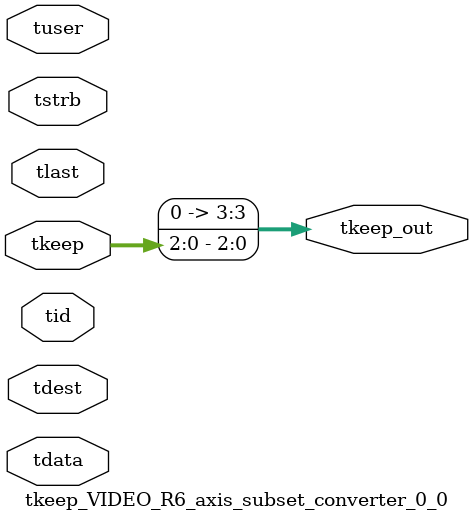
<source format=v>


`timescale 1ps/1ps

module tkeep_VIDEO_R6_axis_subset_converter_0_0 #
(
parameter C_S_AXIS_TDATA_WIDTH = 32,
parameter C_S_AXIS_TUSER_WIDTH = 0,
parameter C_S_AXIS_TID_WIDTH   = 0,
parameter C_S_AXIS_TDEST_WIDTH = 0,
parameter C_M_AXIS_TDATA_WIDTH = 32
)
(
input  [(C_S_AXIS_TDATA_WIDTH == 0 ? 1 : C_S_AXIS_TDATA_WIDTH)-1:0     ] tdata,
input  [(C_S_AXIS_TUSER_WIDTH == 0 ? 1 : C_S_AXIS_TUSER_WIDTH)-1:0     ] tuser,
input  [(C_S_AXIS_TID_WIDTH   == 0 ? 1 : C_S_AXIS_TID_WIDTH)-1:0       ] tid,
input  [(C_S_AXIS_TDEST_WIDTH == 0 ? 1 : C_S_AXIS_TDEST_WIDTH)-1:0     ] tdest,
input  [(C_S_AXIS_TDATA_WIDTH/8)-1:0 ] tkeep,
input  [(C_S_AXIS_TDATA_WIDTH/8)-1:0 ] tstrb,
input                                                                    tlast,
output [(C_M_AXIS_TDATA_WIDTH/8)-1:0 ] tkeep_out
);

assign tkeep_out = {tkeep[2:0]};

endmodule


</source>
